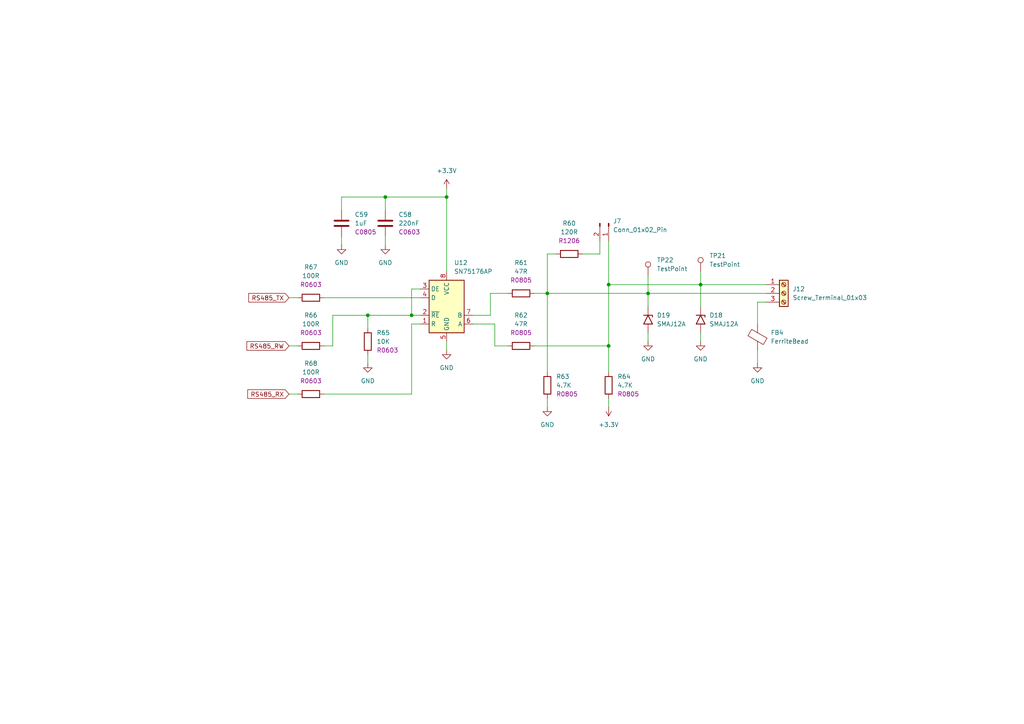
<source format=kicad_sch>
(kicad_sch (version 20250114) (generator "eeschema") (generator_version "9.0")
  (paper "A4")
  (lib_symbols
    (symbol "Connector:Conn_01x02_Pin" (pin_names (offset 1.016) (hide yes))
      (property "Reference" "J" (at 0 2.54 0))
      (property "Value" "Conn_01x02_Pin" (at 0 -5.08 0))
      (symbol "Conn_01x02_Pin_1_1"
        (rectangle (start 0.8636 0.127) (end 0 -0.127) (stroke (width 0.1524)) (fill (type outline)))
        (rectangle (start 0.8636 -2.413) (end 0 -2.667) (stroke (width 0.1524)) (fill (type outline)))
        (polyline (pts (xy 1.27 0) (xy 0.8636 0)) (stroke (width 0.1524)))
        (polyline (pts (xy 1.27 -2.54) (xy 0.8636 -2.54)) (stroke (width 0.1524)))
        (pin passive line (at 5.08 0 180) (length 3.81) (name "Pin_1") (number "1"))
        (pin passive line (at 5.08 -2.54 180) (length 3.81) (name "Pin_2") (number "2"))
      )
    )
    (symbol "Connector:Screw_Terminal_01x03" (pin_names (offset 1.016) (hide yes))
      (property "Reference" "J" (at 0 5.08 0))
      (property "Value" "Screw_Terminal_01x03" (at 0 -5.08 0))
      (symbol "Screw_Terminal_01x03_1_1"
        (rectangle (start -1.27 3.81) (end 1.27 -3.81) (stroke (width 0.254)) (fill (type background)))
        (polyline (pts (xy -0.5334 2.8702) (xy 0.3302 2.032)) (stroke (width 0.1524)))
        (polyline (pts (xy -0.5334 0.3302) (xy 0.3302 -0.508)) (stroke (width 0.1524)))
        (polyline (pts (xy -0.5334 -2.2098) (xy 0.3302 -3.048)) (stroke (width 0.1524)))
        (polyline (pts (xy -0.3556 3.048) (xy 0.508 2.2098)) (stroke (width 0.1524)))
        (polyline (pts (xy -0.3556 0.508) (xy 0.508 -0.3302)) (stroke (width 0.1524)))
        (polyline (pts (xy -0.3556 -2.032) (xy 0.508 -2.8702)) (stroke (width 0.1524)))
        (circle (center 0 2.54) (radius 0.635) (stroke (width 0.1524)))
        (circle (center 0 0) (radius 0.635) (stroke (width 0.1524)))
        (circle (center 0 -2.54) (radius 0.635) (stroke (width 0.1524)))
        (pin passive line (at -5.08 2.54 0) (length 3.81) (name "Pin_1") (number "1"))
        (pin passive line (at -5.08 0 0) (length 3.81) (name "Pin_2") (number "2"))
        (pin passive line (at -5.08 -2.54 0) (length 3.81) (name "Pin_3") (number "3"))
      )
    )
    (symbol "Connector:TestPoint" (pin_numbers (hide yes)) (pin_names (offset 0.762) (hide yes))
      (property "Reference" "TP" (at 0 6.858 0))
      (property "Value" "TestPoint" (at 0 5.08 0))
      (symbol "TestPoint_0_1"
        (circle (center 0 3.302) (radius 0.762))
      )
      (symbol "TestPoint_1_1"
        (pin passive line (at 0 0 90) (length 2.54) (name "1") (number "1"))
      )
    )
    (symbol "Device:C" (pin_numbers (hide yes)) (pin_names (offset 0.254))
      (property "Reference" "C" (at 0.635 2.54 0))
      (property "Value" "C" (at 0.635 -2.54 0))
      (symbol "C_0_1"
        (polyline (pts (xy -2.032 0.762) (xy 2.032 0.762)) (stroke (width 0.508)))
        (polyline (pts (xy -2.032 -0.762) (xy 2.032 -0.762)) (stroke (width 0.508)))
      )
      (symbol "C_1_1"
        (pin passive line (at 0 3.81 270) (length 2.794) (name "~") (number "1"))
        (pin passive line (at 0 -3.81 90) (length 2.794) (name "~") (number "2"))
      )
    )
    (symbol "Device:FerriteBead" (pin_numbers (hide yes)) (pin_names (offset 0))
      (property "Reference" "FB" (at -3.81 0.635 90))
      (property "Value" "FerriteBead" (at 3.81 0 90))
      (symbol "FerriteBead_0_1"
        (polyline (pts (xy -2.7686 0.4064) (xy -1.7018 2.2606) (xy 2.7686 -0.3048) (xy 1.6764 -2.159) (xy -2.7686 0.4064)))
        (polyline (pts (xy 0 1.27) (xy 0 1.2954)))
        (polyline (pts (xy 0 -1.27) (xy 0 -1.2192)))
      )
      (symbol "FerriteBead_1_1"
        (pin passive line (at 0 3.81 270) (length 2.54) (name "~") (number "1"))
        (pin passive line (at 0 -3.81 90) (length 2.54) (name "~") (number "2"))
      )
    )
    (symbol "Device:R" (pin_numbers (hide yes)) (pin_names (offset 0))
      (property "Reference" "R" (at 2.032 0 90))
      (property "Value" "R" (at 0 0 90))
      (symbol "R_0_1"
        (rectangle (start -1.016 -2.54) (end 1.016 2.54) (stroke (width 0.254)))
      )
      (symbol "R_1_1"
        (pin passive line (at 0 3.81 270) (length 1.27) (name "~") (number "1"))
        (pin passive line (at 0 -3.81 90) (length 1.27) (name "~") (number "2"))
      )
    )
    (symbol "Diode:SMAJ24A" (pin_numbers (hide yes)) (pin_names (offset 1.016) (hide yes))
      (property "Reference" "D" (at 0 2.54 0))
      (property "Value" "SMAJ24A" (at 0 -2.54 0))
      (symbol "SMAJ24A_0_1"
        (polyline (pts (xy -0.762 1.27) (xy -1.27 1.27) (xy -1.27 -1.27)) (stroke (width 0.254)))
        (polyline (pts (xy 1.27 1.27) (xy 1.27 -1.27) (xy -1.27 0) (xy 1.27 1.27)) (stroke (width 0.254)))
      )
      (symbol "SMAJ24A_1_1"
        (pin passive line (at -3.81 0 0) (length 2.54) (name "A1") (number "1"))
        (pin passive line (at 3.81 0 180) (length 2.54) (name "A2") (number "2"))
      )
    )
    (symbol "Interface_UART:SN75176AP"
      (property "Reference" "U" (at -4.318 8.89 0))
      (property "Value" "SN75176AP" (at 1.016 8.89 0))
      (symbol "SN75176AP_0_1"
        (rectangle (start -5.08 7.62) (end 5.08 -7.62) (stroke (width 0.254)) (fill (type background)))
      )
      (symbol "SN75176AP_1_1"
        (pin input line (at -7.62 5.08 0) (length 2.54) (name "DE") (number "3"))
        (pin input line (at -7.62 2.54 0) (length 2.54) (name "D") (number "4"))
        (pin input line (at -7.62 -2.54 0) (length 2.54) (name "~{RE}") (number "2"))
        (pin output line (at -7.62 -5.08 0) (length 2.54) (name "R") (number "1"))
        (pin power_in line (at 0 10.16 270) (length 2.54) (name "VCC") (number "8"))
        (pin power_in line (at 0 -10.16 90) (length 2.54) (name "GND") (number "5"))
        (pin bidirectional line (at 7.62 -2.54 180) (length 2.54) (name "B") (number "7"))
        (pin bidirectional line (at 7.62 -5.08 180) (length 2.54) (name "A") (number "6"))
      )
    )
    (symbol "power:+3.3V" (power) (pin_numbers (hide yes)) (pin_names (offset 0) (hide yes))
      (property "Value" "+3.3V" (at 0 3.556 0))
      (symbol "+3.3V_0_1"
        (polyline (pts (xy -0.762 1.27) (xy 0 2.54)))
        (polyline (pts (xy 0 2.54) (xy 0.762 1.27)))
        (polyline (pts (xy 0 0) (xy 0 2.54)))
      )
      (symbol "+3.3V_1_1"
        (pin power_in line (at 0 0 90) (length 0) (name "~") (number "1"))
      )
    )
    (symbol "power:GND" (power) (pin_numbers (hide yes)) (pin_names (offset 0) (hide yes))
      (property "Value" "GND" (at 0 -3.81 0))
      (symbol "GND_0_1"
        (polyline (pts (xy 0 0) (xy 0 -1.27) (xy 1.27 -1.27) (xy 0 -2.54) (xy -1.27 -1.27) (xy 0 -1.27)))
      )
      (symbol "GND_1_1"
        (pin power_in line (at 0 0 270) (length 0) (name "~") (number "1"))
      )
    )
  )
  (junction (at 176.53 82.55))
  (junction (at 203.2 82.55))
  (junction (at 176.53 100.33))
  (junction (at 158.75 85.09))
  (junction (at 111.76 57.15))
  (junction (at 129.54 57.15))
  (junction (at 187.96 85.09))
  (junction (at 119.38 91.44))
  (junction (at 106.68 91.44))
  (wire (pts (xy 106.68 91.44) (xy 106.68 95.25)))
  (wire (pts (xy 83.82 100.33) (xy 86.36 100.33)))
  (wire (pts (xy 187.96 80.01) (xy 187.96 85.09)))
  (wire (pts (xy 176.53 69.85) (xy 176.53 82.55)))
  (wire (pts (xy 129.54 57.15) (xy 129.54 78.74)))
  (wire (pts (xy 158.75 85.09) (xy 158.75 107.95)))
  (wire (pts (xy 187.96 85.09) (xy 187.96 88.9)))
  (wire (pts (xy 129.54 54.61) (xy 129.54 57.15)))
  (wire (pts (xy 119.38 93.98) (xy 121.92 93.98)))
  (wire (pts (xy 168.91 73.66) (xy 173.99 73.66)))
  (wire (pts (xy 154.94 85.09) (xy 158.75 85.09)))
  (wire (pts (xy 121.92 91.44) (xy 119.38 91.44)))
  (wire (pts (xy 111.76 68.58) (xy 111.76 71.12)))
  (wire (pts (xy 99.06 60.96) (xy 99.06 57.15)))
  (wire (pts (xy 187.96 85.09) (xy 222.25 85.09)))
  (wire (pts (xy 111.76 57.15) (xy 111.76 60.96)))
  (wire (pts (xy 93.98 86.36) (xy 121.92 86.36)))
  (wire (pts (xy 142.24 91.44) (xy 142.24 85.09)))
  (wire (pts (xy 137.16 93.98) (xy 143.51 93.98)))
  (wire (pts (xy 173.99 73.66) (xy 173.99 69.85)))
  (wire (pts (xy 158.75 115.57) (xy 158.75 118.11)))
  (wire (pts (xy 106.68 102.87) (xy 106.68 105.41)))
  (wire (pts (xy 176.53 82.55) (xy 176.53 100.33)))
  (wire (pts (xy 158.75 73.66) (xy 158.75 85.09)))
  (wire (pts (xy 99.06 57.15) (xy 111.76 57.15)))
  (wire (pts (xy 143.51 100.33) (xy 147.32 100.33)))
  (wire (pts (xy 137.16 91.44) (xy 142.24 91.44)))
  (wire (pts (xy 187.96 96.52) (xy 187.96 99.06)))
  (wire (pts (xy 203.2 78.74) (xy 203.2 82.55)))
  (wire (pts (xy 203.2 82.55) (xy 222.25 82.55)))
  (wire (pts (xy 129.54 99.06) (xy 129.54 101.6)))
  (wire (pts (xy 176.53 115.57) (xy 176.53 118.11)))
  (wire (pts (xy 93.98 100.33) (xy 96.52 100.33)))
  (wire (pts (xy 111.76 57.15) (xy 129.54 57.15)))
  (wire (pts (xy 176.53 100.33) (xy 176.53 107.95)))
  (wire (pts (xy 83.82 114.3) (xy 86.36 114.3)))
  (wire (pts (xy 219.71 87.63) (xy 222.25 87.63)))
  (wire (pts (xy 83.82 86.36) (xy 86.36 86.36)))
  (wire (pts (xy 176.53 82.55) (xy 203.2 82.55)))
  (wire (pts (xy 203.2 96.52) (xy 203.2 99.06)))
  (wire (pts (xy 93.98 114.3) (xy 119.38 114.3)))
  (wire (pts (xy 119.38 114.3) (xy 119.38 93.98)))
  (wire (pts (xy 161.29 73.66) (xy 158.75 73.66)))
  (wire (pts (xy 154.94 100.33) (xy 176.53 100.33)))
  (wire (pts (xy 119.38 83.82) (xy 121.92 83.82)))
  (wire (pts (xy 119.38 91.44) (xy 119.38 83.82)))
  (wire (pts (xy 99.06 68.58) (xy 99.06 71.12)))
  (wire (pts (xy 143.51 93.98) (xy 143.51 100.33)))
  (wire (pts (xy 219.71 101.6) (xy 219.71 105.41)))
  (wire (pts (xy 219.71 93.98) (xy 219.71 87.63)))
  (wire (pts (xy 203.2 82.55) (xy 203.2 88.9)))
  (wire (pts (xy 158.75 85.09) (xy 187.96 85.09)))
  (wire (pts (xy 106.68 91.44) (xy 119.38 91.44)))
  (wire (pts (xy 96.52 100.33) (xy 96.52 91.44)))
  (wire (pts (xy 96.52 91.44) (xy 106.68 91.44)))
  (wire (pts (xy 142.24 85.09) (xy 147.32 85.09)))
  (global_label "RS485_TX" (shape input) (at 83.82 86.36 180) (property "Intersheetrefs" "${INTERSHEET_REFS}" (effects (hide yes))))
  (global_label "RS485_RX" (shape input) (at 83.82 114.3 180) (property "Intersheetrefs" "${INTERSHEET_REFS}" (effects (hide yes))))
  (global_label "RS485_RW" (shape input) (at 83.82 100.33 180) (property "Intersheetrefs" "${INTERSHEET_REFS}" (effects (hide yes))))
  (symbol (lib_id "Connector:Conn_01x02_Pin") (at 176.53 64.77 270) (unit 1)
    (property "Reference" "J7" (at 177.8 64.1349 90) (effects (justify left)))
    (property "Value" "Conn_01x02_Pin" (at 177.8 66.6749 90) (effects (justify left)))
    (property "Footprint" "Connector_PinHeader_2.54mm:PinHeader_1x02_P2.54mm_Vertical" (effects (hide yes)))
    (property "Description" "Generic connector, single row, 01x02, script generated" (effects (hide yes)))
  )
  (symbol (lib_id "Device:C") (at 99.06 64.77 0) (unit 1)
    (property "Reference" "C59" (at 102.87 62.2299 0) (effects (justify left)))
    (property "Value" "1uF" (at 102.87 64.7699 0) (effects (justify left)))
    (property "Footprint" "Capacitor_SMD:C_0805_2012Metric" (effects (hide yes)))
    (property "Description" "Unpolarized capacitor" (effects (hide yes)))
    (property "Package" "C0805" (at 102.87 67.3099 0) (effects (justify left)))
  )
  (symbol (lib_id "power:GND") (at 158.75 118.11 0) (unit 1)
    (property "Reference" "#PWR0149" (effects (hide yes)))
    (property "Value" "GND" (at 158.75 123.19 0))
    (property "Description" "Power symbol creates a global label with name \"GND\" , ground" (effects (hide yes)))
  )
  (symbol (lib_id "Connector:Screw_Terminal_01x03") (at 227.33 85.09 0) (unit 1)
    (property "Reference" "J12" (at 229.87 83.8199 0) (effects (justify left)))
    (property "Value" "Screw_Terminal_01x03" (at 229.87 86.3599 0) (effects (justify left)))
    (property "Footprint" "TerminalBlock:TerminalBlock_bornier-3_P5.08mm" (effects (hide yes)))
    (property "Description" "Generic screw terminal, single row, 01x03, script generated (kicad-library-utils/schlib/autogen/connector/)" (effects (hide yes)))
  )
  (symbol (lib_id "Diode:SMAJ24A") (at 203.2 92.71 270) (unit 1)
    (property "Reference" "D18" (at 205.74 91.4399 90) (effects (justify left)))
    (property "Value" "SMAJ12A" (at 205.74 93.9799 90) (effects (justify left)))
    (property "Footprint" "Diode_SMD:D_SMA" (effects (hide yes)))
    (property "Datasheet" "https://www.littelfuse.com/media?resourcetype=datasheets&itemid=75e32973-b177-4ee3-a0ff-cedaf1abdb93&filename=smaj-datasheet" (effects (hide yes)))
    (property "Description" "400W unidirectional Transient Voltage Suppressor, 24.0Vr, SMA(DO-214AC)" (effects (hide yes)))
  )
  (symbol (lib_id "power:GND") (at 187.96 99.06 0) (unit 1)
    (property "Reference" "#PWR0145" (effects (hide yes)))
    (property "Value" "GND" (at 187.96 104.14 0))
    (property "Description" "Power symbol creates a global label with name \"GND\" , ground" (effects (hide yes)))
  )
  (symbol (lib_id "Device:R") (at 90.17 114.3 270) (unit 1)
    (property "Reference" "R68" (at 90.17 105.41 90))
    (property "Value" "100R" (at 90.17 107.95 90))
    (property "Footprint" "Resistor_SMD:R_0603_1608Metric" (effects (hide yes)))
    (property "Description" "Resistor" (effects (hide yes)))
    (property "Package" "R0603" (at 90.17 110.49 90))
  )
  (symbol (lib_id "power:+3.3V") (at 129.54 54.61 0) (unit 1)
    (property "Reference" "#PWR0139" (effects (hide yes)))
    (property "Value" "+3.3V" (at 129.54 49.53 0))
    (property "Description" "Power symbol creates a global label with name \"+3.3V\"" (effects (hide yes)))
  )
  (symbol (lib_id "Device:R") (at 106.68 99.06 180) (unit 1)
    (property "Reference" "R65" (at 109.22 96.5199 0) (effects (justify right)))
    (property "Value" "10K" (at 109.22 99.0599 0) (effects (justify right)))
    (property "Footprint" "Resistor_SMD:R_0603_1608Metric" (effects (hide yes)))
    (property "Description" "Resistor" (effects (hide yes)))
    (property "Package" "R0603" (at 109.22 101.5999 0) (effects (justify right)))
  )
  (symbol (lib_id "Device:R") (at 151.13 100.33 270) (unit 1)
    (property "Reference" "R62" (at 151.13 91.44 90))
    (property "Value" "47R" (at 151.13 93.98 90))
    (property "Footprint" "Resistor_SMD:R_0805_2012Metric" (effects (hide yes)))
    (property "Description" "Resistor" (effects (hide yes)))
    (property "Package" "R0805" (at 151.13 96.52 90))
  )
  (symbol (lib_id "Device:R") (at 165.1 73.66 90) (unit 1)
    (property "Reference" "R60" (at 165.1 64.77 90))
    (property "Value" "120R" (at 165.1 67.31 90))
    (property "Footprint" "Resistor_SMD:R_1206_3216Metric" (effects (hide yes)))
    (property "Description" "Resistor" (effects (hide yes)))
    (property "Package" "R1206" (at 165.1 69.85 90))
  )
  (symbol (lib_id "power:GND") (at 219.71 105.41 0) (unit 1)
    (property "Reference" "#PWR0147" (effects (hide yes)))
    (property "Value" "GND" (at 219.71 110.49 0))
    (property "Description" "Power symbol creates a global label with name \"GND\" , ground" (effects (hide yes)))
  )
  (symbol (lib_id "power:GND") (at 99.06 71.12 0) (unit 1)
    (property "Reference" "#PWR0143" (effects (hide yes)))
    (property "Value" "GND" (at 99.06 76.2 0))
    (property "Description" "Power symbol creates a global label with name \"GND\" , ground" (effects (hide yes)))
  )
  (symbol (lib_id "power:GND") (at 111.76 71.12 0) (unit 1)
    (property "Reference" "#PWR0144" (effects (hide yes)))
    (property "Value" "GND" (at 111.76 76.2 0))
    (property "Description" "Power symbol creates a global label with name \"GND\" , ground" (effects (hide yes)))
  )
  (symbol (lib_id "Interface_UART:SN75176AP") (at 129.54 88.9 0) (unit 1)
    (property "Reference" "U12" (at 131.6833 76.2 0) (effects (justify left)))
    (property "Value" "SN75176AP" (at 131.6833 78.74 0) (effects (justify left)))
    (property "Footprint" "Package_DIP:DIP-8_W7.62mm" (effects (hide yes)))
    (property "Datasheet" "http://www.ti.com/lit/ds/symlink/sn75176a.pdf" (effects (hide yes)))
    (property "Description" "Differential RS-422/RS-485 bus transceiver, DIP-8" (effects (hide yes)))
  )
  (symbol (lib_id "Device:R") (at 90.17 86.36 270) (unit 1)
    (property "Reference" "R67" (at 90.17 77.47 90))
    (property "Value" "100R" (at 90.17 80.01 90))
    (property "Footprint" "Resistor_SMD:R_0603_1608Metric" (effects (hide yes)))
    (property "Description" "Resistor" (effects (hide yes)))
    (property "Package" "R0603" (at 90.17 82.55 90))
  )
  (symbol (lib_id "power:+3.3V") (at 176.53 118.11 180) (unit 1)
    (property "Reference" "#PWR0140" (effects (hide yes)))
    (property "Value" "+3.3V" (at 176.53 123.19 0))
    (property "Description" "Power symbol creates a global label with name \"+3.3V\"" (effects (hide yes)))
  )
  (symbol (lib_id "Device:R") (at 151.13 85.09 90) (unit 1)
    (property "Reference" "R61" (at 151.13 76.2 90))
    (property "Value" "47R" (at 151.13 78.74 90))
    (property "Footprint" "Resistor_SMD:R_0805_2012Metric" (effects (hide yes)))
    (property "Description" "Resistor" (effects (hide yes)))
    (property "Package" "R0805" (at 151.13 81.28 90))
  )
  (symbol (lib_id "Device:R") (at 176.53 111.76 180) (unit 1)
    (property "Reference" "R64" (at 179.07 109.2199 0) (effects (justify right)))
    (property "Value" "4.7K" (at 179.07 111.7599 0) (effects (justify right)))
    (property "Footprint" "Resistor_SMD:R_0805_2012Metric" (effects (hide yes)))
    (property "Description" "Resistor" (effects (hide yes)))
    (property "Package" "R0805" (at 179.07 114.2999 0) (effects (justify right)))
  )
  (symbol (lib_id "Connector:TestPoint") (at 203.2 78.74 0) (unit 1)
    (property "Reference" "TP21" (at 205.74 74.1679 0) (effects (justify left)))
    (property "Value" "TestPoint" (at 205.74 76.7079 0) (effects (justify left)))
    (property "Footprint" "TestPoint:TestPoint_Pad_D1.5mm" (effects (hide yes)))
    (property "Description" "test point" (effects (hide yes)))
  )
  (symbol (lib_id "Device:R") (at 158.75 111.76 180) (unit 1)
    (property "Reference" "R63" (at 161.29 109.2199 0) (effects (justify right)))
    (property "Value" "4.7K" (at 161.29 111.7599 0) (effects (justify right)))
    (property "Footprint" "Resistor_SMD:R_0805_2012Metric" (effects (hide yes)))
    (property "Description" "Resistor" (effects (hide yes)))
    (property "Package" "R0805" (at 161.29 114.2999 0) (effects (justify right)))
  )
  (symbol (lib_id "Diode:SMAJ24A") (at 187.96 92.71 270) (unit 1)
    (property "Reference" "D19" (at 190.5 91.4399 90) (effects (justify left)))
    (property "Value" "SMAJ12A" (at 190.5 93.9799 90) (effects (justify left)))
    (property "Footprint" "Diode_SMD:D_SMA" (effects (hide yes)))
    (property "Datasheet" "https://www.littelfuse.com/media?resourcetype=datasheets&itemid=75e32973-b177-4ee3-a0ff-cedaf1abdb93&filename=smaj-datasheet" (effects (hide yes)))
    (property "Description" "400W unidirectional Transient Voltage Suppressor, 24.0Vr, SMA(DO-214AC)" (effects (hide yes)))
  )
  (symbol (lib_id "power:GND") (at 129.54 101.6 0) (unit 1)
    (property "Reference" "#PWR0150" (effects (hide yes)))
    (property "Value" "GND" (at 129.54 106.68 0))
    (property "Description" "Power symbol creates a global label with name \"GND\" , ground" (effects (hide yes)))
  )
  (symbol (lib_id "power:GND") (at 203.2 99.06 0) (unit 1)
    (property "Reference" "#PWR0146" (effects (hide yes)))
    (property "Value" "GND" (at 203.2 104.14 0))
    (property "Description" "Power symbol creates a global label with name \"GND\" , ground" (effects (hide yes)))
  )
  (symbol (lib_id "Device:R") (at 90.17 100.33 270) (unit 1)
    (property "Reference" "R66" (at 90.17 91.44 90))
    (property "Value" "100R" (at 90.17 93.98 90))
    (property "Footprint" "Resistor_SMD:R_0603_1608Metric" (effects (hide yes)))
    (property "Description" "Resistor" (effects (hide yes)))
    (property "Package" "R0603" (at 90.17 96.52 90))
  )
  (symbol (lib_id "power:GND") (at 106.68 105.41 0) (unit 1)
    (property "Reference" "#PWR0151" (effects (hide yes)))
    (property "Value" "GND" (at 106.68 110.49 0))
    (property "Description" "Power symbol creates a global label with name \"GND\" , ground" (effects (hide yes)))
  )
  (symbol (lib_id "Device:FerriteBead") (at 219.71 97.79 0) (unit 1)
    (property "Reference" "FB4" (at 223.52 96.4691 0) (effects (justify left)))
    (property "Value" "FerriteBead" (at 223.52 99.0091 0) (effects (justify left)))
    (property "Footprint" "Resistor_SMD:R_0805_2012Metric" (effects (hide yes)))
    (property "Description" "Ferrite bead" (effects (hide yes)))
  )
  (symbol (lib_id "Connector:TestPoint") (at 187.96 80.01 0) (unit 1)
    (property "Reference" "TP22" (at 190.5 75.4379 0) (effects (justify left)))
    (property "Value" "TestPoint" (at 190.5 77.9779 0) (effects (justify left)))
    (property "Footprint" "TestPoint:TestPoint_Pad_D1.5mm" (effects (hide yes)))
    (property "Description" "test point" (effects (hide yes)))
  )
  (symbol (lib_id "Device:C") (at 111.76 64.77 0) (unit 1)
    (property "Reference" "C58" (at 115.57 62.2299 0) (effects (justify left)))
    (property "Value" "220nF" (at 115.57 64.7699 0) (effects (justify left)))
    (property "Footprint" "Capacitor_SMD:C_0603_1608Metric" (effects (hide yes)))
    (property "Description" "Unpolarized capacitor" (effects (hide yes)))
    (property "Package" "C0603" (at 115.57 67.3099 0) (effects (justify left)))
  )
)
</source>
